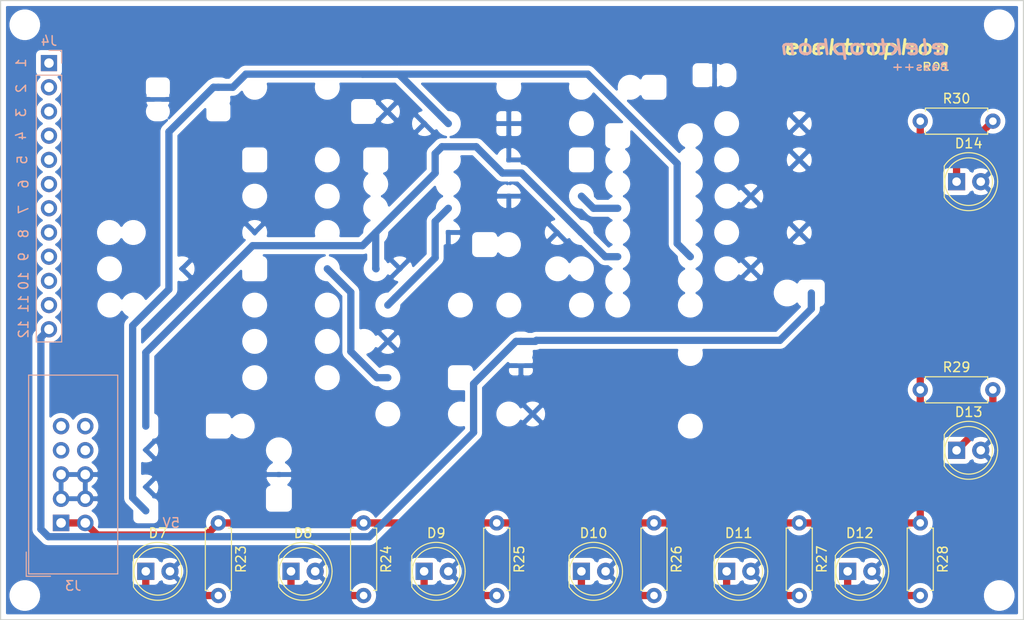
<source format=kicad_pcb>
(kicad_pcb (version 20171130) (host pcbnew 5.1.2)
  (layers (0 F.Cu signal) (31 B.Cu signal hide) (34 B.Paste user) (35 F.Paste user) (36 B.SilkS user) (37 F.SilkS user) (38 B.Mask user) (39 F.Mask user) (44 Edge.Cuts user))
  (net 0 "")
  (net 1 GND)
  (net 2 +15V)
  (net 3 -15V)
  (net 4 /TRIGGER)
  (net 5 /ImpactVolume2)
  (net 6 /ImpactVolume1)
  (net 7 /Shell)
  (net 8 /OUT)
  (net 9 /PULSE)
  (net 10 /LED)
  (net 11 /CV2)
  (net 12 /CV1)
  (net 13 "Net-(R12-Pad2)")
  (net 14 /DECAY)
  (net 15 /ShellVolume)
  (net 16 "Net-(R18-Pad1)")
  (net 17 /ImpactTone)
  (net 18 /SENSITIVITY)
  (net 19 +5V)
  (net 20 "Net-(D7-Pad1)")
  (net 21 "Net-(D8-Pad1)")
  (net 22 "Net-(D9-Pad1)")
  (net 23 "Net-(D10-Pad1)")
  (net 24 "Net-(D11-Pad1)")
  (net 25 "Net-(D12-Pad1)")
  (net 26 "Net-(D13-Pad1)")
  (net 27 "Net-(D14-Pad1)")
  (module MountingHole:MountingHole_2.2mm_M2_ISO14580 (layer F.Cu) (at 188.63 123.19)
    (fp_text reference REF** hide)
    (fp_text value MountingHole_2.2mm_M2_ISO14580 hide)
    (pad 1 np_thru_hole circle (at 0 0) (size 2.2 2.2) (drill 2.2) (layers *.Cu *.Mask))
  )
  (module MountingHole:MountingHole_2.2mm_M2_ISO14580 (layer F.Cu) (at 188.63 63.29)
    (fp_text reference REF** hide)
    (fp_text value MountingHole_2.2mm_M2_ISO14580 hide)
    (pad 1 np_thru_hole circle (at 0 0) (size 2.2 2.2) (drill 2.2) (layers *.Cu *.Mask))
  )
  (module MountingHole:MountingHole_2.2mm_M2_ISO14580 (layer F.Cu) (at 86.36 63.29)
    (fp_text reference REF** hide)
    (fp_text value MountingHole_2.2mm_M2_ISO14580 hide)
    (pad 1 np_thru_hole circle (at 0 0) (size 2.2 2.2) (drill 2.2) (layers *.Cu *.Mask))
  )
  (module MountingHole:MountingHole_2.2mm_M2_ISO14580 (layer F.Cu) (at 86.36 123.19)
    (fp_text reference REF** hide)
    (fp_text value MountingHole_2.2mm_M2_ISO14580 hide)
    (pad 1 np_thru_hole circle (at 0 0) (size 2.2 2.2) (drill 2.2) (layers *.Cu *.Mask))
  )
  (module Connector_PinHeader_2.54mm:PinHeader_1x12_P2.54mm_Vertical (layer B.Cu) (at 88.9 67.31 180)
    (fp_text reference J4 (at 0 2.33) (layer B.SilkS) (effects (justify mirror)))
    (fp_text value Panel)
    (fp_line (start -1.33 1.33) (end 0 1.33) (layer B.SilkS) (width 0.12))
    (fp_line (start -1.33 0) (end -1.33 1.33) (layer B.SilkS) (width 0.12))
    (fp_line (start -1.33 -1.27) (end 1.33 -1.27) (layer B.SilkS) (width 0.12))
    (fp_line (start 1.33 -1.27) (end 1.33 -29.27) (layer B.SilkS) (width 0.12))
    (fp_line (start -1.33 -1.27) (end -1.33 -29.27) (layer B.SilkS) (width 0.12))
    (fp_line (start -1.33 -29.27) (end 1.33 -29.27) (layer B.SilkS) (width 0.12))
    (pad 12 thru_hole oval (at 0 -27.94 180) (size 1.7 1.7) (drill 1) (layers *.Cu *.Mask) (net 10 /LED))
    (pad 11 thru_hole oval (at 0 -25.4 180) (size 1.7 1.7) (drill 1) (layers *.Cu *.Mask) (net 15 /ShellVolume))
    (pad 10 thru_hole oval (at 0 -22.86 180) (size 1.7 1.7) (drill 1) (layers *.Cu *.Mask) (net 8 /OUT))
    (pad 9 thru_hole oval (at 0 -20.32 180) (size 1.7 1.7) (drill 1) (layers *.Cu *.Mask) (net 17 /ImpactTone))
    (pad 8 thru_hole oval (at 0 -17.78 180) (size 1.7 1.7) (drill 1) (layers *.Cu *.Mask) (net 5 /ImpactVolume2))
    (pad 7 thru_hole oval (at 0 -15.24 180) (size 1.7 1.7) (drill 1) (layers *.Cu *.Mask) (net 7 /Shell))
    (pad 6 thru_hole oval (at 0 -12.7 180) (size 1.7 1.7) (drill 1) (layers *.Cu *.Mask) (net 6 /ImpactVolume1))
    (pad 5 thru_hole oval (at 0 -10.16 180) (size 1.7 1.7) (drill 1) (layers *.Cu *.Mask) (net 4 /TRIGGER))
    (pad 4 thru_hole oval (at 0 -7.62 180) (size 1.7 1.7) (drill 1) (layers *.Cu *.Mask) (net 18 /SENSITIVITY))
    (pad 3 thru_hole oval (at 0 -5.08 180) (size 1.7 1.7) (drill 1) (layers *.Cu *.Mask) (net 14 /DECAY))
    (pad 2 thru_hole oval (at 0 -2.54 180) (size 1.7 1.7) (drill 1) (layers *.Cu *.Mask) (net 12 /CV1))
    (pad 1 thru_hole rect (at 0 0 180) (size 1.7 1.7) (drill 1) (layers *.Cu *.Mask) (net 11 /CV2))
  )
  (module Resistor_THT:R_Axial_DIN0207_L6.3mm_D2.5mm_P7.62mm_Horizontal (layer F.Cu) (at 180.34 73.406)
    (fp_text reference R30 (at 3.81 -2.37) (layer F.SilkS))
    (fp_text value 220k)
    (fp_line (start 7.08 1.37) (end 7.08 1.04) (layer F.SilkS) (width 0.12))
    (fp_line (start 0.54 1.37) (end 7.08 1.37) (layer F.SilkS) (width 0.12))
    (fp_line (start 0.54 1.04) (end 0.54 1.37) (layer F.SilkS) (width 0.12))
    (fp_line (start 7.08 -1.37) (end 7.08 -1.04) (layer F.SilkS) (width 0.12))
    (fp_line (start 0.54 -1.37) (end 7.08 -1.37) (layer F.SilkS) (width 0.12))
    (fp_line (start 0.54 -1.04) (end 0.54 -1.37) (layer F.SilkS) (width 0.12))
    (pad 2 thru_hole oval (at 7.62 0) (size 1.6 1.6) (drill 0.8) (layers *.Cu *.Mask) (net 27 "Net-(D14-Pad1)"))
    (pad 1 thru_hole circle (at 0 0) (size 1.6 1.6) (drill 0.8) (layers *.Cu *.Mask) (net 19 +5V))
  )
  (module Resistor_THT:R_Axial_DIN0207_L6.3mm_D2.5mm_P7.62mm_Horizontal (layer F.Cu) (at 180.34 101.6)
    (fp_text reference R29 (at 3.81 -2.37) (layer F.SilkS))
    (fp_text value 220k)
    (fp_line (start 7.08 1.37) (end 7.08 1.04) (layer F.SilkS) (width 0.12))
    (fp_line (start 0.54 1.37) (end 7.08 1.37) (layer F.SilkS) (width 0.12))
    (fp_line (start 0.54 1.04) (end 0.54 1.37) (layer F.SilkS) (width 0.12))
    (fp_line (start 7.08 -1.37) (end 7.08 -1.04) (layer F.SilkS) (width 0.12))
    (fp_line (start 0.54 -1.37) (end 7.08 -1.37) (layer F.SilkS) (width 0.12))
    (fp_line (start 0.54 -1.04) (end 0.54 -1.37) (layer F.SilkS) (width 0.12))
    (pad 2 thru_hole oval (at 7.62 0) (size 1.6 1.6) (drill 0.8) (layers *.Cu *.Mask) (net 26 "Net-(D13-Pad1)"))
    (pad 1 thru_hole circle (at 0 0) (size 1.6 1.6) (drill 0.8) (layers *.Cu *.Mask) (net 19 +5V))
  )
  (module Resistor_THT:R_Axial_DIN0207_L6.3mm_D2.5mm_P7.62mm_Horizontal (layer F.Cu) (at 180.34 115.57 270)
    (fp_text reference R28 (at 3.81 -2.37 90) (layer F.SilkS))
    (fp_text value 220k)
    (fp_line (start 7.08 1.37) (end 7.08 1.04) (layer F.SilkS) (width 0.12))
    (fp_line (start 0.54 1.37) (end 7.08 1.37) (layer F.SilkS) (width 0.12))
    (fp_line (start 0.54 1.04) (end 0.54 1.37) (layer F.SilkS) (width 0.12))
    (fp_line (start 7.08 -1.37) (end 7.08 -1.04) (layer F.SilkS) (width 0.12))
    (fp_line (start 0.54 -1.37) (end 7.08 -1.37) (layer F.SilkS) (width 0.12))
    (fp_line (start 0.54 -1.04) (end 0.54 -1.37) (layer F.SilkS) (width 0.12))
    (pad 2 thru_hole oval (at 7.62 0 270) (size 1.6 1.6) (drill 0.8) (layers *.Cu *.Mask) (net 25 "Net-(D12-Pad1)"))
    (pad 1 thru_hole circle (at 0 0 270) (size 1.6 1.6) (drill 0.8) (layers *.Cu *.Mask) (net 19 +5V))
  )
  (module Resistor_THT:R_Axial_DIN0207_L6.3mm_D2.5mm_P7.62mm_Horizontal (layer F.Cu) (at 167.64 115.57 270)
    (fp_text reference R27 (at 3.81 -2.37 90) (layer F.SilkS))
    (fp_text value 220k)
    (fp_line (start 7.08 1.37) (end 7.08 1.04) (layer F.SilkS) (width 0.12))
    (fp_line (start 0.54 1.37) (end 7.08 1.37) (layer F.SilkS) (width 0.12))
    (fp_line (start 0.54 1.04) (end 0.54 1.37) (layer F.SilkS) (width 0.12))
    (fp_line (start 7.08 -1.37) (end 7.08 -1.04) (layer F.SilkS) (width 0.12))
    (fp_line (start 0.54 -1.37) (end 7.08 -1.37) (layer F.SilkS) (width 0.12))
    (fp_line (start 0.54 -1.04) (end 0.54 -1.37) (layer F.SilkS) (width 0.12))
    (pad 2 thru_hole oval (at 7.62 0 270) (size 1.6 1.6) (drill 0.8) (layers *.Cu *.Mask) (net 24 "Net-(D11-Pad1)"))
    (pad 1 thru_hole circle (at 0 0 270) (size 1.6 1.6) (drill 0.8) (layers *.Cu *.Mask) (net 19 +5V))
  )
  (module Resistor_THT:R_Axial_DIN0207_L6.3mm_D2.5mm_P7.62mm_Horizontal (layer F.Cu) (at 152.4 115.57 270)
    (fp_text reference R26 (at 3.81 -2.37 90) (layer F.SilkS))
    (fp_text value 220k)
    (fp_line (start 7.08 1.37) (end 7.08 1.04) (layer F.SilkS) (width 0.12))
    (fp_line (start 0.54 1.37) (end 7.08 1.37) (layer F.SilkS) (width 0.12))
    (fp_line (start 0.54 1.04) (end 0.54 1.37) (layer F.SilkS) (width 0.12))
    (fp_line (start 7.08 -1.37) (end 7.08 -1.04) (layer F.SilkS) (width 0.12))
    (fp_line (start 0.54 -1.37) (end 7.08 -1.37) (layer F.SilkS) (width 0.12))
    (fp_line (start 0.54 -1.04) (end 0.54 -1.37) (layer F.SilkS) (width 0.12))
    (pad 2 thru_hole oval (at 7.62 0 270) (size 1.6 1.6) (drill 0.8) (layers *.Cu *.Mask) (net 23 "Net-(D10-Pad1)"))
    (pad 1 thru_hole circle (at 0 0 270) (size 1.6 1.6) (drill 0.8) (layers *.Cu *.Mask) (net 19 +5V))
  )
  (module Resistor_THT:R_Axial_DIN0207_L6.3mm_D2.5mm_P7.62mm_Horizontal (layer F.Cu) (at 135.89 115.57 270)
    (fp_text reference R25 (at 3.81 -2.37 90) (layer F.SilkS))
    (fp_text value 220k)
    (fp_line (start 7.08 1.37) (end 7.08 1.04) (layer F.SilkS) (width 0.12))
    (fp_line (start 0.54 1.37) (end 7.08 1.37) (layer F.SilkS) (width 0.12))
    (fp_line (start 0.54 1.04) (end 0.54 1.37) (layer F.SilkS) (width 0.12))
    (fp_line (start 7.08 -1.37) (end 7.08 -1.04) (layer F.SilkS) (width 0.12))
    (fp_line (start 0.54 -1.37) (end 7.08 -1.37) (layer F.SilkS) (width 0.12))
    (fp_line (start 0.54 -1.04) (end 0.54 -1.37) (layer F.SilkS) (width 0.12))
    (pad 2 thru_hole oval (at 7.62 0 270) (size 1.6 1.6) (drill 0.8) (layers *.Cu *.Mask) (net 22 "Net-(D9-Pad1)"))
    (pad 1 thru_hole circle (at 0 0 270) (size 1.6 1.6) (drill 0.8) (layers *.Cu *.Mask) (net 19 +5V))
  )
  (module Resistor_THT:R_Axial_DIN0207_L6.3mm_D2.5mm_P7.62mm_Horizontal (layer F.Cu) (at 121.92 115.57 270)
    (fp_text reference R24 (at 3.81 -2.37 90) (layer F.SilkS))
    (fp_text value 220k)
    (fp_line (start 7.08 1.37) (end 7.08 1.04) (layer F.SilkS) (width 0.12))
    (fp_line (start 0.54 1.37) (end 7.08 1.37) (layer F.SilkS) (width 0.12))
    (fp_line (start 0.54 1.04) (end 0.54 1.37) (layer F.SilkS) (width 0.12))
    (fp_line (start 7.08 -1.37) (end 7.08 -1.04) (layer F.SilkS) (width 0.12))
    (fp_line (start 0.54 -1.37) (end 7.08 -1.37) (layer F.SilkS) (width 0.12))
    (fp_line (start 0.54 -1.04) (end 0.54 -1.37) (layer F.SilkS) (width 0.12))
    (pad 2 thru_hole oval (at 7.62 0 270) (size 1.6 1.6) (drill 0.8) (layers *.Cu *.Mask) (net 21 "Net-(D8-Pad1)"))
    (pad 1 thru_hole circle (at 0 0 270) (size 1.6 1.6) (drill 0.8) (layers *.Cu *.Mask) (net 19 +5V))
  )
  (module Resistor_THT:R_Axial_DIN0207_L6.3mm_D2.5mm_P7.62mm_Horizontal (layer F.Cu) (at 106.68 115.57 270)
    (fp_text reference R23 (at 3.81 -2.37 90) (layer F.SilkS))
    (fp_text value 220k)
    (fp_line (start 7.08 1.37) (end 7.08 1.04) (layer F.SilkS) (width 0.12))
    (fp_line (start 0.54 1.37) (end 7.08 1.37) (layer F.SilkS) (width 0.12))
    (fp_line (start 0.54 1.04) (end 0.54 1.37) (layer F.SilkS) (width 0.12))
    (fp_line (start 7.08 -1.37) (end 7.08 -1.04) (layer F.SilkS) (width 0.12))
    (fp_line (start 0.54 -1.37) (end 7.08 -1.37) (layer F.SilkS) (width 0.12))
    (fp_line (start 0.54 -1.04) (end 0.54 -1.37) (layer F.SilkS) (width 0.12))
    (pad 2 thru_hole oval (at 7.62 0 270) (size 1.6 1.6) (drill 0.8) (layers *.Cu *.Mask) (net 20 "Net-(D7-Pad1)"))
    (pad 1 thru_hole circle (at 0 0 270) (size 1.6 1.6) (drill 0.8) (layers *.Cu *.Mask) (net 19 +5V))
  )
  (module Connector_IDC:IDC-Header_2x05_P2.54mm_Vertical (layer B.Cu) (at 90.17 115.57)
    (fp_text reference J3 (at 1.27 6.604) (layer B.SilkS) (effects (justify mirror)))
    (fp_text value POWER)
    (fp_line (start -3.655 5.6) (end -1.115 5.6) (layer B.SilkS) (width 0.12))
    (fp_line (start -3.655 5.6) (end -3.655 3.06) (layer B.SilkS) (width 0.12))
    (fp_line (start -3.405 5.35) (end 5.945 5.35) (layer B.SilkS) (width 0.12))
    (fp_line (start -3.405 -15.51) (end -3.405 5.35) (layer B.SilkS) (width 0.12))
    (fp_line (start 5.945 -15.51) (end -3.405 -15.51) (layer B.SilkS) (width 0.12))
    (fp_line (start 5.945 5.35) (end 5.945 -15.51) (layer B.SilkS) (width 0.12))
    (pad 10 thru_hole oval (at 2.54 -10.16) (size 1.7272 1.7272) (drill 1.016) (layers *.Cu *.Mask) (net 3 -15V))
    (pad 9 thru_hole oval (at 0 -10.16) (size 1.7272 1.7272) (drill 1.016) (layers *.Cu *.Mask) (net 3 -15V))
    (pad 8 thru_hole oval (at 2.54 -7.62) (size 1.7272 1.7272) (drill 1.016) (layers *.Cu *.Mask) (net 2 +15V))
    (pad 7 thru_hole oval (at 0 -7.62) (size 1.7272 1.7272) (drill 1.016) (layers *.Cu *.Mask) (net 2 +15V))
    (pad 6 thru_hole oval (at 2.54 -5.08) (size 1.7272 1.7272) (drill 1.016) (layers *.Cu *.Mask) (net 1 GND))
    (pad 5 thru_hole oval (at 0 -5.08) (size 1.7272 1.7272) (drill 1.016) (layers *.Cu *.Mask) (net 1 GND))
    (pad 4 thru_hole oval (at 2.54 -2.54) (size 1.7272 1.7272) (drill 1.016) (layers *.Cu *.Mask) (net 1 GND))
    (pad 3 thru_hole oval (at 0 -2.54) (size 1.7272 1.7272) (drill 1.016) (layers *.Cu *.Mask) (net 1 GND))
    (pad 2 thru_hole oval (at 2.54 0) (size 1.7272 1.7272) (drill 1.016) (layers *.Cu *.Mask) (net 19 +5V))
    (pad 1 thru_hole rect (at 0 0) (size 1.7272 1.7272) (drill 1.016) (layers *.Cu *.Mask) (net 19 +5V))
  )
  (module LED_THT:LED_D5.0mm_FlatTop (layer F.Cu) (at 184.15 79.756)
    (fp_text reference D14 (at 1.27 -4.01) (layer F.SilkS))
    (fp_text value LED)
    (fp_line (start -1.29 -1.64) (end -1.29 1.64) (layer F.SilkS) (width 0.12))
    (fp_circle (center 1.27 0) (end 3.77 0) (layer F.SilkS) (width 0.12))
    (fp_arc (start 1.27 0) (end -1.29 1.639512) (angle -147.4) (layer F.SilkS) (width 0.12))
    (fp_arc (start 1.27 0) (end -1.29 -1.639512) (angle 147.4) (layer F.SilkS) (width 0.12))
    (pad 2 thru_hole circle (at 2.54 0) (size 1.8 1.8) (drill 0.9) (layers *.Cu *.Mask) (net 1 GND))
    (pad 1 thru_hole rect (at 0 0) (size 1.8 1.8) (drill 0.9) (layers *.Cu *.Mask) (net 27 "Net-(D14-Pad1)"))
  )
  (module LED_THT:LED_D5.0mm_FlatTop (layer F.Cu) (at 184.15 107.95)
    (fp_text reference D13 (at 1.27 -4.01) (layer F.SilkS))
    (fp_text value LED)
    (fp_line (start -1.29 -1.64) (end -1.29 1.64) (layer F.SilkS) (width 0.12))
    (fp_circle (center 1.27 0) (end 3.77 0) (layer F.SilkS) (width 0.12))
    (fp_arc (start 1.27 0) (end -1.29 1.639512) (angle -147.4) (layer F.SilkS) (width 0.12))
    (fp_arc (start 1.27 0) (end -1.29 -1.639512) (angle 147.4) (layer F.SilkS) (width 0.12))
    (pad 2 thru_hole circle (at 2.54 0) (size 1.8 1.8) (drill 0.9) (layers *.Cu *.Mask) (net 1 GND))
    (pad 1 thru_hole rect (at 0 0) (size 1.8 1.8) (drill 0.9) (layers *.Cu *.Mask) (net 26 "Net-(D13-Pad1)"))
  )
  (module LED_THT:LED_D5.0mm_FlatTop (layer F.Cu) (at 172.72 120.65)
    (fp_text reference D12 (at 1.27 -4.01) (layer F.SilkS))
    (fp_text value LED)
    (fp_line (start -1.29 -1.64) (end -1.29 1.64) (layer F.SilkS) (width 0.12))
    (fp_circle (center 1.27 0) (end 3.77 0) (layer F.SilkS) (width 0.12))
    (fp_arc (start 1.27 0) (end -1.29 1.639512) (angle -147.4) (layer F.SilkS) (width 0.12))
    (fp_arc (start 1.27 0) (end -1.29 -1.639512) (angle 147.4) (layer F.SilkS) (width 0.12))
    (pad 2 thru_hole circle (at 2.54 0) (size 1.8 1.8) (drill 0.9) (layers *.Cu *.Mask) (net 1 GND))
    (pad 1 thru_hole rect (at 0 0) (size 1.8 1.8) (drill 0.9) (layers *.Cu *.Mask) (net 25 "Net-(D12-Pad1)"))
  )
  (module LED_THT:LED_D5.0mm_FlatTop (layer F.Cu) (at 160.02 120.65)
    (fp_text reference D11 (at 1.27 -4.01) (layer F.SilkS))
    (fp_text value LED)
    (fp_line (start -1.29 -1.64) (end -1.29 1.64) (layer F.SilkS) (width 0.12))
    (fp_circle (center 1.27 0) (end 3.77 0) (layer F.SilkS) (width 0.12))
    (fp_arc (start 1.27 0) (end -1.29 1.639512) (angle -147.4) (layer F.SilkS) (width 0.12))
    (fp_arc (start 1.27 0) (end -1.29 -1.639512) (angle 147.4) (layer F.SilkS) (width 0.12))
    (pad 2 thru_hole circle (at 2.54 0) (size 1.8 1.8) (drill 0.9) (layers *.Cu *.Mask) (net 1 GND))
    (pad 1 thru_hole rect (at 0 0) (size 1.8 1.8) (drill 0.9) (layers *.Cu *.Mask) (net 24 "Net-(D11-Pad1)"))
  )
  (module LED_THT:LED_D5.0mm_FlatTop (layer F.Cu) (at 144.78 120.65)
    (fp_text reference D10 (at 1.27 -4.01) (layer F.SilkS))
    (fp_text value LED)
    (fp_line (start -1.29 -1.64) (end -1.29 1.64) (layer F.SilkS) (width 0.12))
    (fp_circle (center 1.27 0) (end 3.77 0) (layer F.SilkS) (width 0.12))
    (fp_arc (start 1.27 0) (end -1.29 1.639512) (angle -147.4) (layer F.SilkS) (width 0.12))
    (fp_arc (start 1.27 0) (end -1.29 -1.639512) (angle 147.4) (layer F.SilkS) (width 0.12))
    (pad 2 thru_hole circle (at 2.54 0) (size 1.8 1.8) (drill 0.9) (layers *.Cu *.Mask) (net 1 GND))
    (pad 1 thru_hole rect (at 0 0) (size 1.8 1.8) (drill 0.9) (layers *.Cu *.Mask) (net 23 "Net-(D10-Pad1)"))
  )
  (module LED_THT:LED_D5.0mm_FlatTop (layer F.Cu) (at 128.27 120.65)
    (fp_text reference D9 (at 1.27 -4.01) (layer F.SilkS))
    (fp_text value LED)
    (fp_line (start -1.29 -1.64) (end -1.29 1.64) (layer F.SilkS) (width 0.12))
    (fp_circle (center 1.27 0) (end 3.77 0) (layer F.SilkS) (width 0.12))
    (fp_arc (start 1.27 0) (end -1.29 1.639512) (angle -147.4) (layer F.SilkS) (width 0.12))
    (fp_arc (start 1.27 0) (end -1.29 -1.639512) (angle 147.4) (layer F.SilkS) (width 0.12))
    (pad 2 thru_hole circle (at 2.54 0) (size 1.8 1.8) (drill 0.9) (layers *.Cu *.Mask) (net 1 GND))
    (pad 1 thru_hole rect (at 0 0) (size 1.8 1.8) (drill 0.9) (layers *.Cu *.Mask) (net 22 "Net-(D9-Pad1)"))
  )
  (module LED_THT:LED_D5.0mm_FlatTop (layer F.Cu) (at 114.3 120.65)
    (fp_text reference D8 (at 1.27 -4.01) (layer F.SilkS))
    (fp_text value LED)
    (fp_line (start -1.29 -1.64) (end -1.29 1.64) (layer F.SilkS) (width 0.12))
    (fp_circle (center 1.27 0) (end 3.77 0) (layer F.SilkS) (width 0.12))
    (fp_arc (start 1.27 0) (end -1.29 1.639512) (angle -147.4) (layer F.SilkS) (width 0.12))
    (fp_arc (start 1.27 0) (end -1.29 -1.639512) (angle 147.4) (layer F.SilkS) (width 0.12))
    (pad 2 thru_hole circle (at 2.54 0) (size 1.8 1.8) (drill 0.9) (layers *.Cu *.Mask) (net 1 GND))
    (pad 1 thru_hole rect (at 0 0) (size 1.8 1.8) (drill 0.9) (layers *.Cu *.Mask) (net 21 "Net-(D8-Pad1)"))
  )
  (module LED_THT:LED_D5.0mm_FlatTop (layer F.Cu) (at 99.06 120.65)
    (fp_text reference D7 (at 1.27 -4.01) (layer F.SilkS))
    (fp_text value LED)
    (fp_line (start -1.29 -1.64) (end -1.29 1.64) (layer F.SilkS) (width 0.12))
    (fp_circle (center 1.27 0) (end 3.77 0) (layer F.SilkS) (width 0.12))
    (fp_arc (start 1.27 0) (end -1.29 1.639512) (angle -147.4) (layer F.SilkS) (width 0.12))
    (fp_arc (start 1.27 0) (end -1.29 -1.639512) (angle 147.4) (layer F.SilkS) (width 0.12))
    (pad 2 thru_hole circle (at 2.54 0) (size 1.8 1.8) (drill 0.9) (layers *.Cu *.Mask) (net 1 GND))
    (pad 1 thru_hole rect (at 0 0) (size 1.8 1.8) (drill 0.9) (layers *.Cu *.Mask) (net 20 "Net-(D7-Pad1)"))
  )
  (gr_text 12 (at 86.233 95.25 90) (layer B.SilkS) (effects (font (size 1 1)) (justify mirror)))
  (gr_text 11 (at 86.233 92.583 90) (layer B.SilkS) (effects (font (size 1 1)) (justify mirror)))
  (gr_text 10 (at 86.233 90.17 90) (layer B.SilkS) (effects (font (size 1 1)) (justify mirror)))
  (gr_text 9 (at 86.233 87.63 90) (layer B.SilkS) (effects (font (size 1 1)) (justify mirror)))
  (gr_text 8 (at 86.233 85.217 90) (layer B.SilkS) (effects (font (size 1 1)) (justify mirror)))
  (gr_text 7 (at 86.233 82.677 90) (layer B.SilkS) (effects (font (size 1 1)) (justify mirror)))
  (gr_text 6 (at 86.233 80.01 90) (layer B.SilkS) (effects (font (size 1 1)) (justify mirror)))
  (gr_text 5 (at 86.106 77.47 90) (layer B.SilkS) (effects (font (size 1 1)) (justify mirror)))
  (gr_text 4 (at 85.979 74.93 90) (layer B.SilkS) (effects (font (size 1 1)) (justify mirror)))
  (gr_text 3 (at 85.979 72.517 90) (layer B.SilkS) (effects (font (size 1 1)) (justify mirror)))
  (gr_text 2 (at 85.979 69.977 90) (layer B.SilkS) (effects (font (size 1 1)) (justify mirror)))
  (gr_text 1 (at 85.979 67.31 90) (layer B.SilkS) (effects (font (size 1 1)) (justify mirror)))
  (gr_text 5V (at 101.727 115.57) (layer B.SilkS) (effects (font (size 1 1)) (justify mirror)))
  (gr_text Bass++ (at 180.34 67.691) (layer B.SilkS) (effects (font (size 0.8 1)) (justify mirror)))
  (gr_text elektrophon (at 174.371 65.659) (layer B.SilkS) (effects (font (size 1.5 2) (thickness 0.3) italic) (justify mirror)))
  (gr_text elektrophon (at 174.752 65.659) (layer F.SilkS) (effects (font (size 1.5 2) (thickness 0.3) italic)))
  (gr_text R01 (at 181.991 67.691) (layer F.SilkS) (effects (font (size 0.8 1))))
  (gr_line (start 83.82 125.73) (end 191.17 125.73) (layer Edge.Cuts) (width 0.12))
  (gr_line (start 191.17 60.75) (end 191.17 125.73) (layer Edge.Cuts) (width 0.12))
  (gr_line (start 83.82 60.75) (end 191.17 60.75) (layer Edge.Cuts) (width 0.12))
  (gr_line (start 83.82 125.73) (end 83.82 60.75) (layer Edge.Cuts) (width 0.12))
  (segment (start 90.17 113.03) (end 90.17 113.6244) (width 0.25) (layer F.Cu) (net 1))
  (segment (start 106.905 69.85) (end 106.68 69.85) (width 0.25) (layer B.Cu) (net 2))
  (segment (start 106.160866 69.85) (end 106.68 69.85) (width 0.762) (layer B.Cu) (net 2))
  (segment (start 101.488999 74.521867) (end 106.160866 69.85) (width 0.762) (layer B.Cu) (net 2))
  (segment (start 101.488999 91.054883) (end 101.488999 74.521867) (width 0.762) (layer B.Cu) (net 2))
  (segment (start 99.06 114.3) (end 97.678999 112.918999) (width 0.762) (layer B.Cu) (net 2))
  (segment (start 97.678999 94.864883) (end 101.488999 91.054883) (width 0.762) (layer B.Cu) (net 2))
  (segment (start 97.678999 112.918999) (end 97.678999 94.864883) (width 0.762) (layer B.Cu) (net 2))
  (segment (start 130.010001 72.860001) (end 130.81 73.66) (width 0.762) (layer B.Cu) (net 2))
  (segment (start 108.192 69.85) (end 109.573008 68.468993) (width 0.762) (layer B.Cu) (net 2))
  (segment (start 125.618993 68.468993) (end 130.010001 72.860001) (width 0.762) (layer B.Cu) (net 2))
  (segment (start 106.68 69.85) (end 108.192 69.85) (width 0.762) (layer B.Cu) (net 2))
  (segment (start 155.410001 86.830001) (end 156.21 87.63) (width 0.762) (layer B.Cu) (net 2))
  (segment (start 154.828999 86.248999) (end 155.410001 86.830001) (width 0.762) (layer B.Cu) (net 2))
  (segment (start 154.828999 77.855117) (end 154.828999 86.248999) (width 0.762) (layer B.Cu) (net 2))
  (segment (start 109.573008 68.468993) (end 121.808993 68.468993) (width 0.762) (layer B.Cu) (net 2))
  (segment (start 145.442875 68.468993) (end 154.828999 77.855117) (width 0.762) (layer B.Cu) (net 2))
  (segment (start 121.808993 68.468993) (end 145.442875 68.468993) (width 0.762) (layer B.Cu) (net 2))
  (segment (start 121.808993 68.468993) (end 125.618993 68.468993) (width 0.762) (layer B.Cu) (net 2))
  (segment (start 147.28 87.63) (end 144.74 85.09) (width 0.762) (layer B.Cu) (net 3))
  (segment (start 148.59 87.63) (end 147.28 87.63) (width 0.762) (layer B.Cu) (net 3))
  (segment (start 122.390001 85.889999) (end 123.19 85.09) (width 0.762) (layer B.Cu) (net 3))
  (segment (start 121.808999 86.471001) (end 122.390001 85.889999) (width 0.762) (layer B.Cu) (net 3))
  (segment (start 110.273197 86.471001) (end 121.808999 86.471001) (width 0.762) (layer B.Cu) (net 3))
  (segment (start 99.06 97.684198) (end 110.273197 86.471001) (width 0.762) (layer B.Cu) (net 3))
  (segment (start 99.06 105.41) (end 99.06 97.684198) (width 0.762) (layer B.Cu) (net 3))
  (segment (start 123.19 88.86) (end 123.23 88.9) (width 0.762) (layer B.Cu) (net 3))
  (segment (start 123.19 85.09) (end 123.19 88.86) (width 0.762) (layer B.Cu) (net 3))
  (segment (start 143.940001 84.290001) (end 144.74 85.09) (width 0.762) (layer B.Cu) (net 3))
  (segment (start 138.501001 78.851001) (end 143.940001 84.290001) (width 0.762) (layer B.Cu) (net 3))
  (segment (start 136.497119 78.851001) (end 138.501001 78.851001) (width 0.762) (layer B.Cu) (net 3))
  (segment (start 133.735117 76.088999) (end 136.497119 78.851001) (width 0.762) (layer B.Cu) (net 3))
  (segment (start 130.147119 76.088999) (end 133.735117 76.088999) (width 0.762) (layer B.Cu) (net 3))
  (segment (start 129.428999 76.807119) (end 130.147119 76.088999) (width 0.762) (layer B.Cu) (net 3))
  (segment (start 129.428999 78.851001) (end 129.428999 76.807119) (width 0.762) (layer B.Cu) (net 3))
  (segment (start 123.19 85.09) (end 129.428999 78.851001) (width 0.762) (layer B.Cu) (net 3))
  (segment (start 123.32863 100.33) (end 124.46 100.33) (width 0.762) (layer B.Cu) (net 9))
  (segment (start 120.578999 97.580369) (end 123.32863 100.33) (width 0.762) (layer B.Cu) (net 9))
  (segment (start 120.578999 91.368999) (end 120.578999 97.580369) (width 0.762) (layer B.Cu) (net 9))
  (segment (start 118.11 88.9) (end 120.578999 91.368999) (width 0.762) (layer B.Cu) (net 9))
  (segment (start 139.942 96.52) (end 138.43 96.52) (width 0.762) (layer B.Cu) (net 10))
  (segment (start 140.053001 96.408999) (end 139.942 96.52) (width 0.762) (layer B.Cu) (net 10))
  (segment (start 165.603001 96.408999) (end 140.053001 96.408999) (width 0.762) (layer B.Cu) (net 10))
  (segment (start 168.91 93.102) (end 165.603001 96.408999) (width 0.762) (layer B.Cu) (net 10))
  (segment (start 168.91 91.44) (end 168.91 93.102) (width 0.762) (layer B.Cu) (net 10))
  (segment (start 88.050001 96.099999) (end 88.9 95.25) (width 0.762) (layer B.Cu) (net 10))
  (segment (start 88.050001 116.223003) (end 88.050001 96.099999) (width 0.762) (layer B.Cu) (net 10))
  (segment (start 88.841599 117.014601) (end 88.050001 116.223003) (width 0.762) (layer B.Cu) (net 10))
  (segment (start 122.519281 117.014601) (end 88.841599 117.014601) (width 0.762) (layer B.Cu) (net 10))
  (segment (start 133.461001 106.072881) (end 122.519281 117.014601) (width 0.762) (layer B.Cu) (net 10))
  (segment (start 133.461001 100.969865) (end 133.461001 106.072881) (width 0.762) (layer B.Cu) (net 10))
  (segment (start 137.910866 96.52) (end 133.461001 100.969865) (width 0.762) (layer B.Cu) (net 10))
  (segment (start 138.43 96.52) (end 137.910866 96.52) (width 0.762) (layer B.Cu) (net 10))
  (segment (start 146.05 82.55) (end 144.78 81.28) (width 0.762) (layer B.Cu) (net 13))
  (segment (start 148.59 82.55) (end 146.05 82.55) (width 0.762) (layer B.Cu) (net 13))
  (segment (start 125.259999 91.910001) (end 124.46 92.71) (width 0.762) (layer B.Cu) (net 16))
  (segment (start 129.428999 87.741001) (end 125.259999 91.910001) (width 0.762) (layer B.Cu) (net 16))
  (segment (start 129.428999 83.931001) (end 129.428999 87.741001) (width 0.762) (layer B.Cu) (net 16))
  (segment (start 130.81 82.55) (end 129.428999 83.931001) (width 0.762) (layer B.Cu) (net 16))
  (segment (start 180.34 115.57) (end 167.64 115.57) (width 0.762) (layer F.Cu) (net 19))
  (segment (start 92.71 115.57) (end 90.17 115.57) (width 0.762) (layer F.Cu) (net 19))
  (segment (start 105.880001 116.369999) (end 106.68 115.57) (width 0.762) (layer F.Cu) (net 19))
  (segment (start 105.41 116.84) (end 105.880001 116.369999) (width 0.762) (layer F.Cu) (net 19))
  (segment (start 93.98 116.84) (end 105.41 116.84) (width 0.762) (layer F.Cu) (net 19))
  (segment (start 92.71 115.57) (end 93.98 116.84) (width 0.762) (layer F.Cu) (net 19))
  (segment (start 106.68 115.57) (end 167.64 115.57) (width 0.762) (layer F.Cu) (net 19))
  (segment (start 180.34 115.57) (end 180.34 91.44) (width 0.762) (layer F.Cu) (net 19))
  (segment (start 180.34 91.44) (end 180.34 86.36) (width 0.762) (layer F.Cu) (net 19))
  (segment (start 180.34 84.582) (end 180.34 91.44) (width 0.762) (layer F.Cu) (net 19))
  (segment (start 180.34 74.53737) (end 180.34 82.931) (width 0.762) (layer F.Cu) (net 19))
  (segment (start 180.34 73.406) (end 180.34 74.53737) (width 0.762) (layer F.Cu) (net 19))
  (segment (start 180.34 80.01) (end 180.34 82.931) (width 0.762) (layer F.Cu) (net 19))
  (segment (start 180.34 82.931) (end 180.34 84.582) (width 0.762) (layer F.Cu) (net 19))
  (segment (start 99.06 122.312) (end 99.06 120.65) (width 0.762) (layer F.Cu) (net 20))
  (segment (start 99.938 123.19) (end 99.06 122.312) (width 0.762) (layer F.Cu) (net 20))
  (segment (start 106.68 123.19) (end 99.938 123.19) (width 0.762) (layer F.Cu) (net 20))
  (segment (start 114.3 122.312) (end 114.3 120.65) (width 0.762) (layer F.Cu) (net 21))
  (segment (start 115.178 123.19) (end 114.3 122.312) (width 0.762) (layer F.Cu) (net 21))
  (segment (start 121.92 123.19) (end 115.178 123.19) (width 0.762) (layer F.Cu) (net 21))
  (segment (start 128.27 122.312) (end 128.27 120.65) (width 0.762) (layer F.Cu) (net 22))
  (segment (start 129.148 123.19) (end 128.27 122.312) (width 0.762) (layer F.Cu) (net 22))
  (segment (start 135.89 123.19) (end 129.148 123.19) (width 0.762) (layer F.Cu) (net 22))
  (segment (start 144.78 122.312) (end 144.78 120.65) (width 0.762) (layer F.Cu) (net 23))
  (segment (start 145.658 123.19) (end 144.78 122.312) (width 0.762) (layer F.Cu) (net 23))
  (segment (start 152.4 123.19) (end 145.658 123.19) (width 0.762) (layer F.Cu) (net 23))
  (segment (start 160.02 122.312) (end 160.02 120.65) (width 0.762) (layer F.Cu) (net 24))
  (segment (start 160.898 123.19) (end 160.02 122.312) (width 0.762) (layer F.Cu) (net 24))
  (segment (start 167.64 123.19) (end 160.898 123.19) (width 0.762) (layer F.Cu) (net 24))
  (segment (start 173.598 123.19) (end 172.72 122.312) (width 0.762) (layer F.Cu) (net 25))
  (segment (start 172.72 122.312) (end 172.72 120.65) (width 0.762) (layer F.Cu) (net 25))
  (segment (start 180.34 123.19) (end 173.598 123.19) (width 0.762) (layer F.Cu) (net 25))
  (segment (start 187.96 104.14) (end 184.15 107.95) (width 0.762) (layer F.Cu) (net 26))
  (segment (start 187.96 101.6) (end 187.96 104.14) (width 0.762) (layer F.Cu) (net 26))
  (segment (start 184.15 77.216) (end 187.96 73.406) (width 0.762) (layer F.Cu) (net 27))
  (segment (start 184.15 79.756) (end 184.15 77.216) (width 0.762) (layer F.Cu) (net 27))
  (zone (net 1) (net_name GND) (layer B.Cu) (connect_pads (clearance 0.508)) (min_thickness 0.254) (fill yes (arc_segments 32) (thermal_gap 0.508) (thermal_bridge_width 0.508))
    (polygon (pts (xy 83.82 60.73) (xy 191.16 60.8) (xy 191.09 125.74) (xy 83.86 125.67)))
  )
)
</source>
